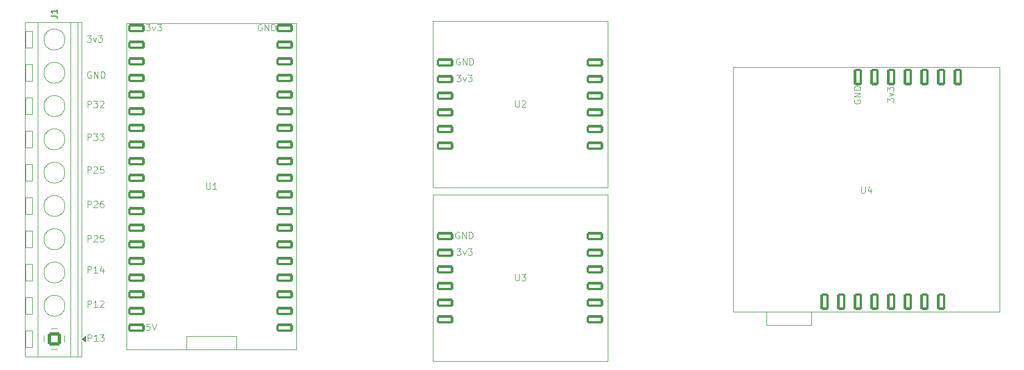
<source format=gto>
G04 #@! TF.GenerationSoftware,KiCad,Pcbnew,9.0.0-9.0.0-2~ubuntu24.04.1*
G04 #@! TF.CreationDate,2025-04-02T00:55:11+02:00*
G04 #@! TF.ProjectId,Sensor_Mount,53656e73-6f72-45f4-9d6f-756e742e6b69,rev?*
G04 #@! TF.SameCoordinates,Original*
G04 #@! TF.FileFunction,Legend,Top*
G04 #@! TF.FilePolarity,Positive*
%FSLAX46Y46*%
G04 Gerber Fmt 4.6, Leading zero omitted, Abs format (unit mm)*
G04 Created by KiCad (PCBNEW 9.0.0-9.0.0-2~ubuntu24.04.1) date 2025-04-02 00:55:11*
%MOMM*%
%LPD*%
G01*
G04 APERTURE LIST*
G04 Aperture macros list*
%AMRoundRect*
0 Rectangle with rounded corners*
0 $1 Rounding radius*
0 $2 $3 $4 $5 $6 $7 $8 $9 X,Y pos of 4 corners*
0 Add a 4 corners polygon primitive as box body*
4,1,4,$2,$3,$4,$5,$6,$7,$8,$9,$2,$3,0*
0 Add four circle primitives for the rounded corners*
1,1,$1+$1,$2,$3*
1,1,$1+$1,$4,$5*
1,1,$1+$1,$6,$7*
1,1,$1+$1,$8,$9*
0 Add four rect primitives between the rounded corners*
20,1,$1+$1,$2,$3,$4,$5,0*
20,1,$1+$1,$4,$5,$6,$7,0*
20,1,$1+$1,$6,$7,$8,$9,0*
20,1,$1+$1,$8,$9,$2,$3,0*%
G04 Aperture macros list end*
%ADD10C,0.100000*%
%ADD11C,0.150000*%
%ADD12C,0.120000*%
%ADD13RoundRect,0.250001X0.799999X-0.799999X0.799999X0.799999X-0.799999X0.799999X-0.799999X-0.799999X0*%
%ADD14C,2.100000*%
%ADD15RoundRect,0.190500X-1.079500X-0.444500X1.079500X-0.444500X1.079500X0.444500X-1.079500X0.444500X0*%
%ADD16RoundRect,0.190500X-0.444500X1.079500X-0.444500X-1.079500X0.444500X-1.079500X0.444500X1.079500X0*%
G04 APERTURE END LIST*
D10*
X93553884Y-61372419D02*
X93553884Y-60372419D01*
X93553884Y-60372419D02*
X93934836Y-60372419D01*
X93934836Y-60372419D02*
X94030074Y-60420038D01*
X94030074Y-60420038D02*
X94077693Y-60467657D01*
X94077693Y-60467657D02*
X94125312Y-60562895D01*
X94125312Y-60562895D02*
X94125312Y-60705752D01*
X94125312Y-60705752D02*
X94077693Y-60800990D01*
X94077693Y-60800990D02*
X94030074Y-60848609D01*
X94030074Y-60848609D02*
X93934836Y-60896228D01*
X93934836Y-60896228D02*
X93553884Y-60896228D01*
X94506265Y-60467657D02*
X94553884Y-60420038D01*
X94553884Y-60420038D02*
X94649122Y-60372419D01*
X94649122Y-60372419D02*
X94887217Y-60372419D01*
X94887217Y-60372419D02*
X94982455Y-60420038D01*
X94982455Y-60420038D02*
X95030074Y-60467657D01*
X95030074Y-60467657D02*
X95077693Y-60562895D01*
X95077693Y-60562895D02*
X95077693Y-60658133D01*
X95077693Y-60658133D02*
X95030074Y-60800990D01*
X95030074Y-60800990D02*
X94458646Y-61372419D01*
X94458646Y-61372419D02*
X95077693Y-61372419D01*
X95982455Y-60372419D02*
X95506265Y-60372419D01*
X95506265Y-60372419D02*
X95458646Y-60848609D01*
X95458646Y-60848609D02*
X95506265Y-60800990D01*
X95506265Y-60800990D02*
X95601503Y-60753371D01*
X95601503Y-60753371D02*
X95839598Y-60753371D01*
X95839598Y-60753371D02*
X95934836Y-60800990D01*
X95934836Y-60800990D02*
X95982455Y-60848609D01*
X95982455Y-60848609D02*
X96030074Y-60943847D01*
X96030074Y-60943847D02*
X96030074Y-61181942D01*
X96030074Y-61181942D02*
X95982455Y-61277180D01*
X95982455Y-61277180D02*
X95934836Y-61324800D01*
X95934836Y-61324800D02*
X95839598Y-61372419D01*
X95839598Y-61372419D02*
X95601503Y-61372419D01*
X95601503Y-61372419D02*
X95506265Y-61324800D01*
X95506265Y-61324800D02*
X95458646Y-61277180D01*
X93553884Y-51372419D02*
X93553884Y-50372419D01*
X93553884Y-50372419D02*
X93934836Y-50372419D01*
X93934836Y-50372419D02*
X94030074Y-50420038D01*
X94030074Y-50420038D02*
X94077693Y-50467657D01*
X94077693Y-50467657D02*
X94125312Y-50562895D01*
X94125312Y-50562895D02*
X94125312Y-50705752D01*
X94125312Y-50705752D02*
X94077693Y-50800990D01*
X94077693Y-50800990D02*
X94030074Y-50848609D01*
X94030074Y-50848609D02*
X93934836Y-50896228D01*
X93934836Y-50896228D02*
X93553884Y-50896228D01*
X94458646Y-50372419D02*
X95077693Y-50372419D01*
X95077693Y-50372419D02*
X94744360Y-50753371D01*
X94744360Y-50753371D02*
X94887217Y-50753371D01*
X94887217Y-50753371D02*
X94982455Y-50800990D01*
X94982455Y-50800990D02*
X95030074Y-50848609D01*
X95030074Y-50848609D02*
X95077693Y-50943847D01*
X95077693Y-50943847D02*
X95077693Y-51181942D01*
X95077693Y-51181942D02*
X95030074Y-51277180D01*
X95030074Y-51277180D02*
X94982455Y-51324800D01*
X94982455Y-51324800D02*
X94887217Y-51372419D01*
X94887217Y-51372419D02*
X94601503Y-51372419D01*
X94601503Y-51372419D02*
X94506265Y-51324800D01*
X94506265Y-51324800D02*
X94458646Y-51277180D01*
X95458646Y-50467657D02*
X95506265Y-50420038D01*
X95506265Y-50420038D02*
X95601503Y-50372419D01*
X95601503Y-50372419D02*
X95839598Y-50372419D01*
X95839598Y-50372419D02*
X95934836Y-50420038D01*
X95934836Y-50420038D02*
X95982455Y-50467657D01*
X95982455Y-50467657D02*
X96030074Y-50562895D01*
X96030074Y-50562895D02*
X96030074Y-50658133D01*
X96030074Y-50658133D02*
X95982455Y-50800990D01*
X95982455Y-50800990D02*
X95411027Y-51372419D01*
X95411027Y-51372419D02*
X96030074Y-51372419D01*
X93553884Y-56372419D02*
X93553884Y-55372419D01*
X93553884Y-55372419D02*
X93934836Y-55372419D01*
X93934836Y-55372419D02*
X94030074Y-55420038D01*
X94030074Y-55420038D02*
X94077693Y-55467657D01*
X94077693Y-55467657D02*
X94125312Y-55562895D01*
X94125312Y-55562895D02*
X94125312Y-55705752D01*
X94125312Y-55705752D02*
X94077693Y-55800990D01*
X94077693Y-55800990D02*
X94030074Y-55848609D01*
X94030074Y-55848609D02*
X93934836Y-55896228D01*
X93934836Y-55896228D02*
X93553884Y-55896228D01*
X94458646Y-55372419D02*
X95077693Y-55372419D01*
X95077693Y-55372419D02*
X94744360Y-55753371D01*
X94744360Y-55753371D02*
X94887217Y-55753371D01*
X94887217Y-55753371D02*
X94982455Y-55800990D01*
X94982455Y-55800990D02*
X95030074Y-55848609D01*
X95030074Y-55848609D02*
X95077693Y-55943847D01*
X95077693Y-55943847D02*
X95077693Y-56181942D01*
X95077693Y-56181942D02*
X95030074Y-56277180D01*
X95030074Y-56277180D02*
X94982455Y-56324800D01*
X94982455Y-56324800D02*
X94887217Y-56372419D01*
X94887217Y-56372419D02*
X94601503Y-56372419D01*
X94601503Y-56372419D02*
X94506265Y-56324800D01*
X94506265Y-56324800D02*
X94458646Y-56277180D01*
X95411027Y-55372419D02*
X96030074Y-55372419D01*
X96030074Y-55372419D02*
X95696741Y-55753371D01*
X95696741Y-55753371D02*
X95839598Y-55753371D01*
X95839598Y-55753371D02*
X95934836Y-55800990D01*
X95934836Y-55800990D02*
X95982455Y-55848609D01*
X95982455Y-55848609D02*
X96030074Y-55943847D01*
X96030074Y-55943847D02*
X96030074Y-56181942D01*
X96030074Y-56181942D02*
X95982455Y-56277180D01*
X95982455Y-56277180D02*
X95934836Y-56324800D01*
X95934836Y-56324800D02*
X95839598Y-56372419D01*
X95839598Y-56372419D02*
X95553884Y-56372419D01*
X95553884Y-56372419D02*
X95458646Y-56324800D01*
X95458646Y-56324800D02*
X95411027Y-56277180D01*
X94077693Y-45920038D02*
X93982455Y-45872419D01*
X93982455Y-45872419D02*
X93839598Y-45872419D01*
X93839598Y-45872419D02*
X93696741Y-45920038D01*
X93696741Y-45920038D02*
X93601503Y-46015276D01*
X93601503Y-46015276D02*
X93553884Y-46110514D01*
X93553884Y-46110514D02*
X93506265Y-46300990D01*
X93506265Y-46300990D02*
X93506265Y-46443847D01*
X93506265Y-46443847D02*
X93553884Y-46634323D01*
X93553884Y-46634323D02*
X93601503Y-46729561D01*
X93601503Y-46729561D02*
X93696741Y-46824800D01*
X93696741Y-46824800D02*
X93839598Y-46872419D01*
X93839598Y-46872419D02*
X93934836Y-46872419D01*
X93934836Y-46872419D02*
X94077693Y-46824800D01*
X94077693Y-46824800D02*
X94125312Y-46777180D01*
X94125312Y-46777180D02*
X94125312Y-46443847D01*
X94125312Y-46443847D02*
X93934836Y-46443847D01*
X94553884Y-46872419D02*
X94553884Y-45872419D01*
X94553884Y-45872419D02*
X95125312Y-46872419D01*
X95125312Y-46872419D02*
X95125312Y-45872419D01*
X95601503Y-46872419D02*
X95601503Y-45872419D01*
X95601503Y-45872419D02*
X95839598Y-45872419D01*
X95839598Y-45872419D02*
X95982455Y-45920038D01*
X95982455Y-45920038D02*
X96077693Y-46015276D01*
X96077693Y-46015276D02*
X96125312Y-46110514D01*
X96125312Y-46110514D02*
X96172931Y-46300990D01*
X96172931Y-46300990D02*
X96172931Y-46443847D01*
X96172931Y-46443847D02*
X96125312Y-46634323D01*
X96125312Y-46634323D02*
X96077693Y-46729561D01*
X96077693Y-46729561D02*
X95982455Y-46824800D01*
X95982455Y-46824800D02*
X95839598Y-46872419D01*
X95839598Y-46872419D02*
X95601503Y-46872419D01*
X93553884Y-71872419D02*
X93553884Y-70872419D01*
X93553884Y-70872419D02*
X93934836Y-70872419D01*
X93934836Y-70872419D02*
X94030074Y-70920038D01*
X94030074Y-70920038D02*
X94077693Y-70967657D01*
X94077693Y-70967657D02*
X94125312Y-71062895D01*
X94125312Y-71062895D02*
X94125312Y-71205752D01*
X94125312Y-71205752D02*
X94077693Y-71300990D01*
X94077693Y-71300990D02*
X94030074Y-71348609D01*
X94030074Y-71348609D02*
X93934836Y-71396228D01*
X93934836Y-71396228D02*
X93553884Y-71396228D01*
X94506265Y-70967657D02*
X94553884Y-70920038D01*
X94553884Y-70920038D02*
X94649122Y-70872419D01*
X94649122Y-70872419D02*
X94887217Y-70872419D01*
X94887217Y-70872419D02*
X94982455Y-70920038D01*
X94982455Y-70920038D02*
X95030074Y-70967657D01*
X95030074Y-70967657D02*
X95077693Y-71062895D01*
X95077693Y-71062895D02*
X95077693Y-71158133D01*
X95077693Y-71158133D02*
X95030074Y-71300990D01*
X95030074Y-71300990D02*
X94458646Y-71872419D01*
X94458646Y-71872419D02*
X95077693Y-71872419D01*
X95982455Y-70872419D02*
X95506265Y-70872419D01*
X95506265Y-70872419D02*
X95458646Y-71348609D01*
X95458646Y-71348609D02*
X95506265Y-71300990D01*
X95506265Y-71300990D02*
X95601503Y-71253371D01*
X95601503Y-71253371D02*
X95839598Y-71253371D01*
X95839598Y-71253371D02*
X95934836Y-71300990D01*
X95934836Y-71300990D02*
X95982455Y-71348609D01*
X95982455Y-71348609D02*
X96030074Y-71443847D01*
X96030074Y-71443847D02*
X96030074Y-71681942D01*
X96030074Y-71681942D02*
X95982455Y-71777180D01*
X95982455Y-71777180D02*
X95934836Y-71824800D01*
X95934836Y-71824800D02*
X95839598Y-71872419D01*
X95839598Y-71872419D02*
X95601503Y-71872419D01*
X95601503Y-71872419D02*
X95506265Y-71824800D01*
X95506265Y-71824800D02*
X95458646Y-71777180D01*
X93583884Y-87032419D02*
X93583884Y-86032419D01*
X93583884Y-86032419D02*
X93964836Y-86032419D01*
X93964836Y-86032419D02*
X94060074Y-86080038D01*
X94060074Y-86080038D02*
X94107693Y-86127657D01*
X94107693Y-86127657D02*
X94155312Y-86222895D01*
X94155312Y-86222895D02*
X94155312Y-86365752D01*
X94155312Y-86365752D02*
X94107693Y-86460990D01*
X94107693Y-86460990D02*
X94060074Y-86508609D01*
X94060074Y-86508609D02*
X93964836Y-86556228D01*
X93964836Y-86556228D02*
X93583884Y-86556228D01*
X95107693Y-87032419D02*
X94536265Y-87032419D01*
X94821979Y-87032419D02*
X94821979Y-86032419D01*
X94821979Y-86032419D02*
X94726741Y-86175276D01*
X94726741Y-86175276D02*
X94631503Y-86270514D01*
X94631503Y-86270514D02*
X94536265Y-86318133D01*
X95441027Y-86032419D02*
X96060074Y-86032419D01*
X96060074Y-86032419D02*
X95726741Y-86413371D01*
X95726741Y-86413371D02*
X95869598Y-86413371D01*
X95869598Y-86413371D02*
X95964836Y-86460990D01*
X95964836Y-86460990D02*
X96012455Y-86508609D01*
X96012455Y-86508609D02*
X96060074Y-86603847D01*
X96060074Y-86603847D02*
X96060074Y-86841942D01*
X96060074Y-86841942D02*
X96012455Y-86937180D01*
X96012455Y-86937180D02*
X95964836Y-86984800D01*
X95964836Y-86984800D02*
X95869598Y-87032419D01*
X95869598Y-87032419D02*
X95583884Y-87032419D01*
X95583884Y-87032419D02*
X95488646Y-86984800D01*
X95488646Y-86984800D02*
X95441027Y-86937180D01*
X93553884Y-76622419D02*
X93553884Y-75622419D01*
X93553884Y-75622419D02*
X93934836Y-75622419D01*
X93934836Y-75622419D02*
X94030074Y-75670038D01*
X94030074Y-75670038D02*
X94077693Y-75717657D01*
X94077693Y-75717657D02*
X94125312Y-75812895D01*
X94125312Y-75812895D02*
X94125312Y-75955752D01*
X94125312Y-75955752D02*
X94077693Y-76050990D01*
X94077693Y-76050990D02*
X94030074Y-76098609D01*
X94030074Y-76098609D02*
X93934836Y-76146228D01*
X93934836Y-76146228D02*
X93553884Y-76146228D01*
X95077693Y-76622419D02*
X94506265Y-76622419D01*
X94791979Y-76622419D02*
X94791979Y-75622419D01*
X94791979Y-75622419D02*
X94696741Y-75765276D01*
X94696741Y-75765276D02*
X94601503Y-75860514D01*
X94601503Y-75860514D02*
X94506265Y-75908133D01*
X95934836Y-75955752D02*
X95934836Y-76622419D01*
X95696741Y-75574800D02*
X95458646Y-76289085D01*
X95458646Y-76289085D02*
X96077693Y-76289085D01*
X93553884Y-81872419D02*
X93553884Y-80872419D01*
X93553884Y-80872419D02*
X93934836Y-80872419D01*
X93934836Y-80872419D02*
X94030074Y-80920038D01*
X94030074Y-80920038D02*
X94077693Y-80967657D01*
X94077693Y-80967657D02*
X94125312Y-81062895D01*
X94125312Y-81062895D02*
X94125312Y-81205752D01*
X94125312Y-81205752D02*
X94077693Y-81300990D01*
X94077693Y-81300990D02*
X94030074Y-81348609D01*
X94030074Y-81348609D02*
X93934836Y-81396228D01*
X93934836Y-81396228D02*
X93553884Y-81396228D01*
X95077693Y-81872419D02*
X94506265Y-81872419D01*
X94791979Y-81872419D02*
X94791979Y-80872419D01*
X94791979Y-80872419D02*
X94696741Y-81015276D01*
X94696741Y-81015276D02*
X94601503Y-81110514D01*
X94601503Y-81110514D02*
X94506265Y-81158133D01*
X95458646Y-80967657D02*
X95506265Y-80920038D01*
X95506265Y-80920038D02*
X95601503Y-80872419D01*
X95601503Y-80872419D02*
X95839598Y-80872419D01*
X95839598Y-80872419D02*
X95934836Y-80920038D01*
X95934836Y-80920038D02*
X95982455Y-80967657D01*
X95982455Y-80967657D02*
X96030074Y-81062895D01*
X96030074Y-81062895D02*
X96030074Y-81158133D01*
X96030074Y-81158133D02*
X95982455Y-81300990D01*
X95982455Y-81300990D02*
X95411027Y-81872419D01*
X95411027Y-81872419D02*
X96030074Y-81872419D01*
X93458646Y-40372419D02*
X94077693Y-40372419D01*
X94077693Y-40372419D02*
X93744360Y-40753371D01*
X93744360Y-40753371D02*
X93887217Y-40753371D01*
X93887217Y-40753371D02*
X93982455Y-40800990D01*
X93982455Y-40800990D02*
X94030074Y-40848609D01*
X94030074Y-40848609D02*
X94077693Y-40943847D01*
X94077693Y-40943847D02*
X94077693Y-41181942D01*
X94077693Y-41181942D02*
X94030074Y-41277180D01*
X94030074Y-41277180D02*
X93982455Y-41324800D01*
X93982455Y-41324800D02*
X93887217Y-41372419D01*
X93887217Y-41372419D02*
X93601503Y-41372419D01*
X93601503Y-41372419D02*
X93506265Y-41324800D01*
X93506265Y-41324800D02*
X93458646Y-41277180D01*
X94411027Y-40705752D02*
X94649122Y-41372419D01*
X94649122Y-41372419D02*
X94887217Y-40705752D01*
X95172932Y-40372419D02*
X95791979Y-40372419D01*
X95791979Y-40372419D02*
X95458646Y-40753371D01*
X95458646Y-40753371D02*
X95601503Y-40753371D01*
X95601503Y-40753371D02*
X95696741Y-40800990D01*
X95696741Y-40800990D02*
X95744360Y-40848609D01*
X95744360Y-40848609D02*
X95791979Y-40943847D01*
X95791979Y-40943847D02*
X95791979Y-41181942D01*
X95791979Y-41181942D02*
X95744360Y-41277180D01*
X95744360Y-41277180D02*
X95696741Y-41324800D01*
X95696741Y-41324800D02*
X95601503Y-41372419D01*
X95601503Y-41372419D02*
X95315789Y-41372419D01*
X95315789Y-41372419D02*
X95220551Y-41324800D01*
X95220551Y-41324800D02*
X95172932Y-41277180D01*
X93553884Y-66622419D02*
X93553884Y-65622419D01*
X93553884Y-65622419D02*
X93934836Y-65622419D01*
X93934836Y-65622419D02*
X94030074Y-65670038D01*
X94030074Y-65670038D02*
X94077693Y-65717657D01*
X94077693Y-65717657D02*
X94125312Y-65812895D01*
X94125312Y-65812895D02*
X94125312Y-65955752D01*
X94125312Y-65955752D02*
X94077693Y-66050990D01*
X94077693Y-66050990D02*
X94030074Y-66098609D01*
X94030074Y-66098609D02*
X93934836Y-66146228D01*
X93934836Y-66146228D02*
X93553884Y-66146228D01*
X94506265Y-65717657D02*
X94553884Y-65670038D01*
X94553884Y-65670038D02*
X94649122Y-65622419D01*
X94649122Y-65622419D02*
X94887217Y-65622419D01*
X94887217Y-65622419D02*
X94982455Y-65670038D01*
X94982455Y-65670038D02*
X95030074Y-65717657D01*
X95030074Y-65717657D02*
X95077693Y-65812895D01*
X95077693Y-65812895D02*
X95077693Y-65908133D01*
X95077693Y-65908133D02*
X95030074Y-66050990D01*
X95030074Y-66050990D02*
X94458646Y-66622419D01*
X94458646Y-66622419D02*
X95077693Y-66622419D01*
X95934836Y-65622419D02*
X95744360Y-65622419D01*
X95744360Y-65622419D02*
X95649122Y-65670038D01*
X95649122Y-65670038D02*
X95601503Y-65717657D01*
X95601503Y-65717657D02*
X95506265Y-65860514D01*
X95506265Y-65860514D02*
X95458646Y-66050990D01*
X95458646Y-66050990D02*
X95458646Y-66431942D01*
X95458646Y-66431942D02*
X95506265Y-66527180D01*
X95506265Y-66527180D02*
X95553884Y-66574800D01*
X95553884Y-66574800D02*
X95649122Y-66622419D01*
X95649122Y-66622419D02*
X95839598Y-66622419D01*
X95839598Y-66622419D02*
X95934836Y-66574800D01*
X95934836Y-66574800D02*
X95982455Y-66527180D01*
X95982455Y-66527180D02*
X96030074Y-66431942D01*
X96030074Y-66431942D02*
X96030074Y-66193847D01*
X96030074Y-66193847D02*
X95982455Y-66098609D01*
X95982455Y-66098609D02*
X95934836Y-66050990D01*
X95934836Y-66050990D02*
X95839598Y-66003371D01*
X95839598Y-66003371D02*
X95649122Y-66003371D01*
X95649122Y-66003371D02*
X95553884Y-66050990D01*
X95553884Y-66050990D02*
X95506265Y-66098609D01*
X95506265Y-66098609D02*
X95458646Y-66193847D01*
D11*
X87954819Y-37413333D02*
X88669104Y-37413333D01*
X88669104Y-37413333D02*
X88811961Y-37460952D01*
X88811961Y-37460952D02*
X88907200Y-37556190D01*
X88907200Y-37556190D02*
X88954819Y-37699047D01*
X88954819Y-37699047D02*
X88954819Y-37794285D01*
X88954819Y-36413333D02*
X88954819Y-36984761D01*
X88954819Y-36699047D02*
X87954819Y-36699047D01*
X87954819Y-36699047D02*
X88097676Y-36794285D01*
X88097676Y-36794285D02*
X88192914Y-36889523D01*
X88192914Y-36889523D02*
X88240533Y-36984761D01*
D10*
X158808095Y-76807419D02*
X158808095Y-77616942D01*
X158808095Y-77616942D02*
X158855714Y-77712180D01*
X158855714Y-77712180D02*
X158903333Y-77759800D01*
X158903333Y-77759800D02*
X158998571Y-77807419D01*
X158998571Y-77807419D02*
X159189047Y-77807419D01*
X159189047Y-77807419D02*
X159284285Y-77759800D01*
X159284285Y-77759800D02*
X159331904Y-77712180D01*
X159331904Y-77712180D02*
X159379523Y-77616942D01*
X159379523Y-77616942D02*
X159379523Y-76807419D01*
X159760476Y-76807419D02*
X160379523Y-76807419D01*
X160379523Y-76807419D02*
X160046190Y-77188371D01*
X160046190Y-77188371D02*
X160189047Y-77188371D01*
X160189047Y-77188371D02*
X160284285Y-77235990D01*
X160284285Y-77235990D02*
X160331904Y-77283609D01*
X160331904Y-77283609D02*
X160379523Y-77378847D01*
X160379523Y-77378847D02*
X160379523Y-77616942D01*
X160379523Y-77616942D02*
X160331904Y-77712180D01*
X160331904Y-77712180D02*
X160284285Y-77759800D01*
X160284285Y-77759800D02*
X160189047Y-77807419D01*
X160189047Y-77807419D02*
X159903333Y-77807419D01*
X159903333Y-77807419D02*
X159808095Y-77759800D01*
X159808095Y-77759800D02*
X159760476Y-77712180D01*
X150237693Y-70428038D02*
X150142455Y-70380419D01*
X150142455Y-70380419D02*
X149999598Y-70380419D01*
X149999598Y-70380419D02*
X149856741Y-70428038D01*
X149856741Y-70428038D02*
X149761503Y-70523276D01*
X149761503Y-70523276D02*
X149713884Y-70618514D01*
X149713884Y-70618514D02*
X149666265Y-70808990D01*
X149666265Y-70808990D02*
X149666265Y-70951847D01*
X149666265Y-70951847D02*
X149713884Y-71142323D01*
X149713884Y-71142323D02*
X149761503Y-71237561D01*
X149761503Y-71237561D02*
X149856741Y-71332800D01*
X149856741Y-71332800D02*
X149999598Y-71380419D01*
X149999598Y-71380419D02*
X150094836Y-71380419D01*
X150094836Y-71380419D02*
X150237693Y-71332800D01*
X150237693Y-71332800D02*
X150285312Y-71285180D01*
X150285312Y-71285180D02*
X150285312Y-70951847D01*
X150285312Y-70951847D02*
X150094836Y-70951847D01*
X150713884Y-71380419D02*
X150713884Y-70380419D01*
X150713884Y-70380419D02*
X151285312Y-71380419D01*
X151285312Y-71380419D02*
X151285312Y-70380419D01*
X151761503Y-71380419D02*
X151761503Y-70380419D01*
X151761503Y-70380419D02*
X151999598Y-70380419D01*
X151999598Y-70380419D02*
X152142455Y-70428038D01*
X152142455Y-70428038D02*
X152237693Y-70523276D01*
X152237693Y-70523276D02*
X152285312Y-70618514D01*
X152285312Y-70618514D02*
X152332931Y-70808990D01*
X152332931Y-70808990D02*
X152332931Y-70951847D01*
X152332931Y-70951847D02*
X152285312Y-71142323D01*
X152285312Y-71142323D02*
X152237693Y-71237561D01*
X152237693Y-71237561D02*
X152142455Y-71332800D01*
X152142455Y-71332800D02*
X151999598Y-71380419D01*
X151999598Y-71380419D02*
X151761503Y-71380419D01*
X149872646Y-72920419D02*
X150491693Y-72920419D01*
X150491693Y-72920419D02*
X150158360Y-73301371D01*
X150158360Y-73301371D02*
X150301217Y-73301371D01*
X150301217Y-73301371D02*
X150396455Y-73348990D01*
X150396455Y-73348990D02*
X150444074Y-73396609D01*
X150444074Y-73396609D02*
X150491693Y-73491847D01*
X150491693Y-73491847D02*
X150491693Y-73729942D01*
X150491693Y-73729942D02*
X150444074Y-73825180D01*
X150444074Y-73825180D02*
X150396455Y-73872800D01*
X150396455Y-73872800D02*
X150301217Y-73920419D01*
X150301217Y-73920419D02*
X150015503Y-73920419D01*
X150015503Y-73920419D02*
X149920265Y-73872800D01*
X149920265Y-73872800D02*
X149872646Y-73825180D01*
X150825027Y-73253752D02*
X151063122Y-73920419D01*
X151063122Y-73920419D02*
X151301217Y-73253752D01*
X151586932Y-72920419D02*
X152205979Y-72920419D01*
X152205979Y-72920419D02*
X151872646Y-73301371D01*
X151872646Y-73301371D02*
X152015503Y-73301371D01*
X152015503Y-73301371D02*
X152110741Y-73348990D01*
X152110741Y-73348990D02*
X152158360Y-73396609D01*
X152158360Y-73396609D02*
X152205979Y-73491847D01*
X152205979Y-73491847D02*
X152205979Y-73729942D01*
X152205979Y-73729942D02*
X152158360Y-73825180D01*
X152158360Y-73825180D02*
X152110741Y-73872800D01*
X152110741Y-73872800D02*
X152015503Y-73920419D01*
X152015503Y-73920419D02*
X151729789Y-73920419D01*
X151729789Y-73920419D02*
X151634551Y-73872800D01*
X151634551Y-73872800D02*
X151586932Y-73825180D01*
X158808095Y-50307419D02*
X158808095Y-51116942D01*
X158808095Y-51116942D02*
X158855714Y-51212180D01*
X158855714Y-51212180D02*
X158903333Y-51259800D01*
X158903333Y-51259800D02*
X158998571Y-51307419D01*
X158998571Y-51307419D02*
X159189047Y-51307419D01*
X159189047Y-51307419D02*
X159284285Y-51259800D01*
X159284285Y-51259800D02*
X159331904Y-51212180D01*
X159331904Y-51212180D02*
X159379523Y-51116942D01*
X159379523Y-51116942D02*
X159379523Y-50307419D01*
X159808095Y-50402657D02*
X159855714Y-50355038D01*
X159855714Y-50355038D02*
X159950952Y-50307419D01*
X159950952Y-50307419D02*
X160189047Y-50307419D01*
X160189047Y-50307419D02*
X160284285Y-50355038D01*
X160284285Y-50355038D02*
X160331904Y-50402657D01*
X160331904Y-50402657D02*
X160379523Y-50497895D01*
X160379523Y-50497895D02*
X160379523Y-50593133D01*
X160379523Y-50593133D02*
X160331904Y-50735990D01*
X160331904Y-50735990D02*
X159760476Y-51307419D01*
X159760476Y-51307419D02*
X160379523Y-51307419D01*
X149872646Y-46420419D02*
X150491693Y-46420419D01*
X150491693Y-46420419D02*
X150158360Y-46801371D01*
X150158360Y-46801371D02*
X150301217Y-46801371D01*
X150301217Y-46801371D02*
X150396455Y-46848990D01*
X150396455Y-46848990D02*
X150444074Y-46896609D01*
X150444074Y-46896609D02*
X150491693Y-46991847D01*
X150491693Y-46991847D02*
X150491693Y-47229942D01*
X150491693Y-47229942D02*
X150444074Y-47325180D01*
X150444074Y-47325180D02*
X150396455Y-47372800D01*
X150396455Y-47372800D02*
X150301217Y-47420419D01*
X150301217Y-47420419D02*
X150015503Y-47420419D01*
X150015503Y-47420419D02*
X149920265Y-47372800D01*
X149920265Y-47372800D02*
X149872646Y-47325180D01*
X150825027Y-46753752D02*
X151063122Y-47420419D01*
X151063122Y-47420419D02*
X151301217Y-46753752D01*
X151586932Y-46420419D02*
X152205979Y-46420419D01*
X152205979Y-46420419D02*
X151872646Y-46801371D01*
X151872646Y-46801371D02*
X152015503Y-46801371D01*
X152015503Y-46801371D02*
X152110741Y-46848990D01*
X152110741Y-46848990D02*
X152158360Y-46896609D01*
X152158360Y-46896609D02*
X152205979Y-46991847D01*
X152205979Y-46991847D02*
X152205979Y-47229942D01*
X152205979Y-47229942D02*
X152158360Y-47325180D01*
X152158360Y-47325180D02*
X152110741Y-47372800D01*
X152110741Y-47372800D02*
X152015503Y-47420419D01*
X152015503Y-47420419D02*
X151729789Y-47420419D01*
X151729789Y-47420419D02*
X151634551Y-47372800D01*
X151634551Y-47372800D02*
X151586932Y-47325180D01*
X150327693Y-43920038D02*
X150232455Y-43872419D01*
X150232455Y-43872419D02*
X150089598Y-43872419D01*
X150089598Y-43872419D02*
X149946741Y-43920038D01*
X149946741Y-43920038D02*
X149851503Y-44015276D01*
X149851503Y-44015276D02*
X149803884Y-44110514D01*
X149803884Y-44110514D02*
X149756265Y-44300990D01*
X149756265Y-44300990D02*
X149756265Y-44443847D01*
X149756265Y-44443847D02*
X149803884Y-44634323D01*
X149803884Y-44634323D02*
X149851503Y-44729561D01*
X149851503Y-44729561D02*
X149946741Y-44824800D01*
X149946741Y-44824800D02*
X150089598Y-44872419D01*
X150089598Y-44872419D02*
X150184836Y-44872419D01*
X150184836Y-44872419D02*
X150327693Y-44824800D01*
X150327693Y-44824800D02*
X150375312Y-44777180D01*
X150375312Y-44777180D02*
X150375312Y-44443847D01*
X150375312Y-44443847D02*
X150184836Y-44443847D01*
X150803884Y-44872419D02*
X150803884Y-43872419D01*
X150803884Y-43872419D02*
X151375312Y-44872419D01*
X151375312Y-44872419D02*
X151375312Y-43872419D01*
X151851503Y-44872419D02*
X151851503Y-43872419D01*
X151851503Y-43872419D02*
X152089598Y-43872419D01*
X152089598Y-43872419D02*
X152232455Y-43920038D01*
X152232455Y-43920038D02*
X152327693Y-44015276D01*
X152327693Y-44015276D02*
X152375312Y-44110514D01*
X152375312Y-44110514D02*
X152422931Y-44300990D01*
X152422931Y-44300990D02*
X152422931Y-44443847D01*
X152422931Y-44443847D02*
X152375312Y-44634323D01*
X152375312Y-44634323D02*
X152327693Y-44729561D01*
X152327693Y-44729561D02*
X152232455Y-44824800D01*
X152232455Y-44824800D02*
X152089598Y-44872419D01*
X152089598Y-44872419D02*
X151851503Y-44872419D01*
X111668095Y-62867419D02*
X111668095Y-63676942D01*
X111668095Y-63676942D02*
X111715714Y-63772180D01*
X111715714Y-63772180D02*
X111763333Y-63819800D01*
X111763333Y-63819800D02*
X111858571Y-63867419D01*
X111858571Y-63867419D02*
X112049047Y-63867419D01*
X112049047Y-63867419D02*
X112144285Y-63819800D01*
X112144285Y-63819800D02*
X112191904Y-63772180D01*
X112191904Y-63772180D02*
X112239523Y-63676942D01*
X112239523Y-63676942D02*
X112239523Y-62867419D01*
X113239523Y-63867419D02*
X112668095Y-63867419D01*
X112953809Y-63867419D02*
X112953809Y-62867419D01*
X112953809Y-62867419D02*
X112858571Y-63010276D01*
X112858571Y-63010276D02*
X112763333Y-63105514D01*
X112763333Y-63105514D02*
X112668095Y-63153133D01*
X102478646Y-38660419D02*
X103097693Y-38660419D01*
X103097693Y-38660419D02*
X102764360Y-39041371D01*
X102764360Y-39041371D02*
X102907217Y-39041371D01*
X102907217Y-39041371D02*
X103002455Y-39088990D01*
X103002455Y-39088990D02*
X103050074Y-39136609D01*
X103050074Y-39136609D02*
X103097693Y-39231847D01*
X103097693Y-39231847D02*
X103097693Y-39469942D01*
X103097693Y-39469942D02*
X103050074Y-39565180D01*
X103050074Y-39565180D02*
X103002455Y-39612800D01*
X103002455Y-39612800D02*
X102907217Y-39660419D01*
X102907217Y-39660419D02*
X102621503Y-39660419D01*
X102621503Y-39660419D02*
X102526265Y-39612800D01*
X102526265Y-39612800D02*
X102478646Y-39565180D01*
X103431027Y-38993752D02*
X103669122Y-39660419D01*
X103669122Y-39660419D02*
X103907217Y-38993752D01*
X104192932Y-38660419D02*
X104811979Y-38660419D01*
X104811979Y-38660419D02*
X104478646Y-39041371D01*
X104478646Y-39041371D02*
X104621503Y-39041371D01*
X104621503Y-39041371D02*
X104716741Y-39088990D01*
X104716741Y-39088990D02*
X104764360Y-39136609D01*
X104764360Y-39136609D02*
X104811979Y-39231847D01*
X104811979Y-39231847D02*
X104811979Y-39469942D01*
X104811979Y-39469942D02*
X104764360Y-39565180D01*
X104764360Y-39565180D02*
X104716741Y-39612800D01*
X104716741Y-39612800D02*
X104621503Y-39660419D01*
X104621503Y-39660419D02*
X104335789Y-39660419D01*
X104335789Y-39660419D02*
X104240551Y-39612800D01*
X104240551Y-39612800D02*
X104192932Y-39565180D01*
X120115693Y-38708038D02*
X120020455Y-38660419D01*
X120020455Y-38660419D02*
X119877598Y-38660419D01*
X119877598Y-38660419D02*
X119734741Y-38708038D01*
X119734741Y-38708038D02*
X119639503Y-38803276D01*
X119639503Y-38803276D02*
X119591884Y-38898514D01*
X119591884Y-38898514D02*
X119544265Y-39088990D01*
X119544265Y-39088990D02*
X119544265Y-39231847D01*
X119544265Y-39231847D02*
X119591884Y-39422323D01*
X119591884Y-39422323D02*
X119639503Y-39517561D01*
X119639503Y-39517561D02*
X119734741Y-39612800D01*
X119734741Y-39612800D02*
X119877598Y-39660419D01*
X119877598Y-39660419D02*
X119972836Y-39660419D01*
X119972836Y-39660419D02*
X120115693Y-39612800D01*
X120115693Y-39612800D02*
X120163312Y-39565180D01*
X120163312Y-39565180D02*
X120163312Y-39231847D01*
X120163312Y-39231847D02*
X119972836Y-39231847D01*
X120591884Y-39660419D02*
X120591884Y-38660419D01*
X120591884Y-38660419D02*
X121163312Y-39660419D01*
X121163312Y-39660419D02*
X121163312Y-38660419D01*
X121639503Y-39660419D02*
X121639503Y-38660419D01*
X121639503Y-38660419D02*
X121877598Y-38660419D01*
X121877598Y-38660419D02*
X122020455Y-38708038D01*
X122020455Y-38708038D02*
X122115693Y-38803276D01*
X122115693Y-38803276D02*
X122163312Y-38898514D01*
X122163312Y-38898514D02*
X122210931Y-39088990D01*
X122210931Y-39088990D02*
X122210931Y-39231847D01*
X122210931Y-39231847D02*
X122163312Y-39422323D01*
X122163312Y-39422323D02*
X122115693Y-39517561D01*
X122115693Y-39517561D02*
X122020455Y-39612800D01*
X122020455Y-39612800D02*
X121877598Y-39660419D01*
X121877598Y-39660419D02*
X121639503Y-39660419D01*
X103050074Y-84380419D02*
X102573884Y-84380419D01*
X102573884Y-84380419D02*
X102526265Y-84856609D01*
X102526265Y-84856609D02*
X102573884Y-84808990D01*
X102573884Y-84808990D02*
X102669122Y-84761371D01*
X102669122Y-84761371D02*
X102907217Y-84761371D01*
X102907217Y-84761371D02*
X103002455Y-84808990D01*
X103002455Y-84808990D02*
X103050074Y-84856609D01*
X103050074Y-84856609D02*
X103097693Y-84951847D01*
X103097693Y-84951847D02*
X103097693Y-85189942D01*
X103097693Y-85189942D02*
X103050074Y-85285180D01*
X103050074Y-85285180D02*
X103002455Y-85332800D01*
X103002455Y-85332800D02*
X102907217Y-85380419D01*
X102907217Y-85380419D02*
X102669122Y-85380419D01*
X102669122Y-85380419D02*
X102573884Y-85332800D01*
X102573884Y-85332800D02*
X102526265Y-85285180D01*
X103383408Y-84380419D02*
X103716741Y-85380419D01*
X103716741Y-85380419D02*
X104050074Y-84380419D01*
X211588095Y-63457419D02*
X211588095Y-64266942D01*
X211588095Y-64266942D02*
X211635714Y-64362180D01*
X211635714Y-64362180D02*
X211683333Y-64409800D01*
X211683333Y-64409800D02*
X211778571Y-64457419D01*
X211778571Y-64457419D02*
X211969047Y-64457419D01*
X211969047Y-64457419D02*
X212064285Y-64409800D01*
X212064285Y-64409800D02*
X212111904Y-64362180D01*
X212111904Y-64362180D02*
X212159523Y-64266942D01*
X212159523Y-64266942D02*
X212159523Y-63457419D01*
X213064285Y-63790752D02*
X213064285Y-64457419D01*
X212826190Y-63409800D02*
X212588095Y-64124085D01*
X212588095Y-64124085D02*
X213207142Y-64124085D01*
X215540419Y-50583353D02*
X215540419Y-49964306D01*
X215540419Y-49964306D02*
X215921371Y-50297639D01*
X215921371Y-50297639D02*
X215921371Y-50154782D01*
X215921371Y-50154782D02*
X215968990Y-50059544D01*
X215968990Y-50059544D02*
X216016609Y-50011925D01*
X216016609Y-50011925D02*
X216111847Y-49964306D01*
X216111847Y-49964306D02*
X216349942Y-49964306D01*
X216349942Y-49964306D02*
X216445180Y-50011925D01*
X216445180Y-50011925D02*
X216492800Y-50059544D01*
X216492800Y-50059544D02*
X216540419Y-50154782D01*
X216540419Y-50154782D02*
X216540419Y-50440496D01*
X216540419Y-50440496D02*
X216492800Y-50535734D01*
X216492800Y-50535734D02*
X216445180Y-50583353D01*
X215873752Y-49630972D02*
X216540419Y-49392877D01*
X216540419Y-49392877D02*
X215873752Y-49154782D01*
X215540419Y-48869067D02*
X215540419Y-48250020D01*
X215540419Y-48250020D02*
X215921371Y-48583353D01*
X215921371Y-48583353D02*
X215921371Y-48440496D01*
X215921371Y-48440496D02*
X215968990Y-48345258D01*
X215968990Y-48345258D02*
X216016609Y-48297639D01*
X216016609Y-48297639D02*
X216111847Y-48250020D01*
X216111847Y-48250020D02*
X216349942Y-48250020D01*
X216349942Y-48250020D02*
X216445180Y-48297639D01*
X216445180Y-48297639D02*
X216492800Y-48345258D01*
X216492800Y-48345258D02*
X216540419Y-48440496D01*
X216540419Y-48440496D02*
X216540419Y-48726210D01*
X216540419Y-48726210D02*
X216492800Y-48821448D01*
X216492800Y-48821448D02*
X216445180Y-48869067D01*
X210508038Y-50218306D02*
X210460419Y-50313544D01*
X210460419Y-50313544D02*
X210460419Y-50456401D01*
X210460419Y-50456401D02*
X210508038Y-50599258D01*
X210508038Y-50599258D02*
X210603276Y-50694496D01*
X210603276Y-50694496D02*
X210698514Y-50742115D01*
X210698514Y-50742115D02*
X210888990Y-50789734D01*
X210888990Y-50789734D02*
X211031847Y-50789734D01*
X211031847Y-50789734D02*
X211222323Y-50742115D01*
X211222323Y-50742115D02*
X211317561Y-50694496D01*
X211317561Y-50694496D02*
X211412800Y-50599258D01*
X211412800Y-50599258D02*
X211460419Y-50456401D01*
X211460419Y-50456401D02*
X211460419Y-50361163D01*
X211460419Y-50361163D02*
X211412800Y-50218306D01*
X211412800Y-50218306D02*
X211365180Y-50170687D01*
X211365180Y-50170687D02*
X211031847Y-50170687D01*
X211031847Y-50170687D02*
X211031847Y-50361163D01*
X211460419Y-49742115D02*
X210460419Y-49742115D01*
X210460419Y-49742115D02*
X211460419Y-49170687D01*
X211460419Y-49170687D02*
X210460419Y-49170687D01*
X211460419Y-48694496D02*
X210460419Y-48694496D01*
X210460419Y-48694496D02*
X210460419Y-48456401D01*
X210460419Y-48456401D02*
X210508038Y-48313544D01*
X210508038Y-48313544D02*
X210603276Y-48218306D01*
X210603276Y-48218306D02*
X210698514Y-48170687D01*
X210698514Y-48170687D02*
X210888990Y-48123068D01*
X210888990Y-48123068D02*
X211031847Y-48123068D01*
X211031847Y-48123068D02*
X211222323Y-48170687D01*
X211222323Y-48170687D02*
X211317561Y-48218306D01*
X211317561Y-48218306D02*
X211412800Y-48313544D01*
X211412800Y-48313544D02*
X211460419Y-48456401D01*
X211460419Y-48456401D02*
X211460419Y-48694496D01*
D12*
X83980000Y-38340000D02*
X92670000Y-38340000D01*
X83980000Y-89380000D02*
X83980000Y-38340000D01*
X83980000Y-89380000D02*
X92670000Y-89380000D01*
X84100000Y-39750000D02*
X85100000Y-39750000D01*
X84100000Y-42250000D02*
X84100000Y-39750000D01*
X84100000Y-42250000D02*
X85100000Y-42250000D01*
X84100000Y-44830000D02*
X85100000Y-44830000D01*
X84100000Y-47330000D02*
X84100000Y-44830000D01*
X84100000Y-47330000D02*
X85100000Y-47330000D01*
X84100000Y-49910000D02*
X85100000Y-49910000D01*
X84100000Y-52410000D02*
X84100000Y-49910000D01*
X84100000Y-52410000D02*
X85100000Y-52410000D01*
X84100000Y-54990000D02*
X85100000Y-54990000D01*
X84100000Y-57490000D02*
X84100000Y-54990000D01*
X84100000Y-57490000D02*
X85100000Y-57490000D01*
X84100000Y-60070000D02*
X85100000Y-60070000D01*
X84100000Y-62570000D02*
X84100000Y-60070000D01*
X84100000Y-62570000D02*
X85100000Y-62570000D01*
X84100000Y-65150000D02*
X85100000Y-65150000D01*
X84100000Y-67650000D02*
X84100000Y-65150000D01*
X84100000Y-67650000D02*
X85100000Y-67650000D01*
X84100000Y-70230000D02*
X85100000Y-70230000D01*
X84100000Y-72730000D02*
X84100000Y-70230000D01*
X84100000Y-72730000D02*
X85100000Y-72730000D01*
X84100000Y-75310000D02*
X85100000Y-75310000D01*
X84100000Y-77810000D02*
X84100000Y-75310000D01*
X84100000Y-77810000D02*
X85100000Y-77810000D01*
X84100000Y-80390000D02*
X85100000Y-80390000D01*
X84100000Y-82890000D02*
X84100000Y-80390000D01*
X84100000Y-82890000D02*
X85100000Y-82890000D01*
X84100000Y-85470000D02*
X85100000Y-85470000D01*
X84100000Y-87970000D02*
X84100000Y-85470000D01*
X84100000Y-87970000D02*
X85100000Y-87970000D01*
X85100000Y-42250000D02*
X85100000Y-39750000D01*
X85100000Y-47330000D02*
X85100000Y-44830000D01*
X85100000Y-52410000D02*
X85100000Y-49910000D01*
X85100000Y-57490000D02*
X85100000Y-54990000D01*
X85100000Y-62570000D02*
X85100000Y-60070000D01*
X85100000Y-67650000D02*
X85100000Y-65150000D01*
X85100000Y-72730000D02*
X85100000Y-70230000D01*
X85100000Y-77810000D02*
X85100000Y-75310000D01*
X85100000Y-82890000D02*
X85100000Y-80390000D01*
X85100000Y-87970000D02*
X85100000Y-85470000D01*
X85950000Y-89380000D02*
X85950000Y-38340000D01*
X87279000Y-39975000D02*
X87324000Y-40021000D01*
X87279000Y-45055000D02*
X87324000Y-45101000D01*
X87279000Y-50135000D02*
X87324000Y-50181000D01*
X87279000Y-55215000D02*
X87324000Y-55261000D01*
X87279000Y-60295000D02*
X87324000Y-60341000D01*
X87279000Y-65375000D02*
X87324000Y-65421000D01*
X87279000Y-70455000D02*
X87324000Y-70501000D01*
X87279000Y-75535000D02*
X87324000Y-75581000D01*
X87279000Y-80615000D02*
X87324000Y-80661000D01*
X87476000Y-39779000D02*
X87521000Y-39824000D01*
X87476000Y-44859000D02*
X87521000Y-44904000D01*
X87476000Y-49939000D02*
X87521000Y-49984000D01*
X87476000Y-55019000D02*
X87521000Y-55064000D01*
X87476000Y-60099000D02*
X87521000Y-60144000D01*
X87476000Y-65179000D02*
X87521000Y-65224000D01*
X87476000Y-70259000D02*
X87521000Y-70304000D01*
X87476000Y-75339000D02*
X87521000Y-75384000D01*
X87476000Y-80419000D02*
X87521000Y-80464000D01*
X89479000Y-42176000D02*
X89524000Y-42221000D01*
X89479000Y-47256000D02*
X89524000Y-47301000D01*
X89479000Y-52336000D02*
X89524000Y-52381000D01*
X89479000Y-57416000D02*
X89524000Y-57461000D01*
X89479000Y-62496000D02*
X89524000Y-62541000D01*
X89479000Y-67576000D02*
X89524000Y-67621000D01*
X89479000Y-72656000D02*
X89524000Y-72701000D01*
X89479000Y-77736000D02*
X89524000Y-77781000D01*
X89479000Y-82816000D02*
X89524000Y-82861000D01*
X89675000Y-41979000D02*
X89721000Y-42025000D01*
X89675000Y-47059000D02*
X89721000Y-47105000D01*
X89675000Y-52139000D02*
X89721000Y-52185000D01*
X89675000Y-57219000D02*
X89721000Y-57265000D01*
X89675000Y-62299000D02*
X89721000Y-62345000D01*
X89675000Y-67379000D02*
X89721000Y-67425000D01*
X89675000Y-72459000D02*
X89721000Y-72505000D01*
X89675000Y-77539000D02*
X89721000Y-77585000D01*
X89675000Y-82619000D02*
X89721000Y-82665000D01*
X90950000Y-89380000D02*
X90950000Y-38340000D01*
X92050000Y-89380000D02*
X92050000Y-38340000D01*
X92670000Y-86420000D02*
X92670000Y-38340000D01*
X92670000Y-89380000D02*
X92670000Y-87020000D01*
X86970000Y-87221000D02*
G75*
G02*
X86970118Y-86218641I1530000J501000D01*
G01*
X87999000Y-85190000D02*
G75*
G02*
X89001359Y-85190117I501001J-1530010D01*
G01*
X89001000Y-88250000D02*
G75*
G02*
X87998641Y-88249882I-501000J1530000D01*
G01*
X90030000Y-86219000D02*
G75*
G02*
X90029883Y-87221359I-1530010J-501001D01*
G01*
X90110000Y-41000000D02*
G75*
G02*
X86890000Y-41000000I-1610000J0D01*
G01*
X86890000Y-41000000D02*
G75*
G02*
X90110000Y-41000000I1610000J0D01*
G01*
X90110000Y-46080000D02*
G75*
G02*
X86890000Y-46080000I-1610000J0D01*
G01*
X86890000Y-46080000D02*
G75*
G02*
X90110000Y-46080000I1610000J0D01*
G01*
X90110000Y-51160000D02*
G75*
G02*
X86890000Y-51160000I-1610000J0D01*
G01*
X86890000Y-51160000D02*
G75*
G02*
X90110000Y-51160000I1610000J0D01*
G01*
X90110000Y-56240000D02*
G75*
G02*
X86890000Y-56240000I-1610000J0D01*
G01*
X86890000Y-56240000D02*
G75*
G02*
X90110000Y-56240000I1610000J0D01*
G01*
X90110000Y-61320000D02*
G75*
G02*
X86890000Y-61320000I-1610000J0D01*
G01*
X86890000Y-61320000D02*
G75*
G02*
X90110000Y-61320000I1610000J0D01*
G01*
X90110000Y-66400000D02*
G75*
G02*
X86890000Y-66400000I-1610000J0D01*
G01*
X86890000Y-66400000D02*
G75*
G02*
X90110000Y-66400000I1610000J0D01*
G01*
X90110000Y-71480000D02*
G75*
G02*
X86890000Y-71480000I-1610000J0D01*
G01*
X86890000Y-71480000D02*
G75*
G02*
X90110000Y-71480000I1610000J0D01*
G01*
X90110000Y-76560000D02*
G75*
G02*
X86890000Y-76560000I-1610000J0D01*
G01*
X86890000Y-76560000D02*
G75*
G02*
X90110000Y-76560000I1610000J0D01*
G01*
X90110000Y-81640000D02*
G75*
G02*
X86890000Y-81640000I-1610000J0D01*
G01*
X86890000Y-81640000D02*
G75*
G02*
X90110000Y-81640000I1610000J0D01*
G01*
X93280000Y-87160000D02*
X92670000Y-86720000D01*
X93280000Y-86280000D01*
X93280000Y-87160000D01*
G36*
X93280000Y-87160000D02*
G01*
X92670000Y-86720000D01*
X93280000Y-86280000D01*
X93280000Y-87160000D01*
G37*
D10*
X146235000Y-64650000D02*
X172905000Y-64650000D01*
X172905000Y-90050000D01*
X146235000Y-90050000D01*
X146235000Y-64650000D01*
X146235000Y-38150000D02*
X172905000Y-38150000D01*
X172905000Y-63550000D01*
X146235000Y-63550000D01*
X146235000Y-38150000D01*
X99476000Y-38518000D02*
X125384000Y-38518000D01*
X125384000Y-88302000D01*
X99476000Y-88302000D01*
X99476000Y-38518000D01*
X108620000Y-86270000D02*
X116240000Y-86270000D01*
X116240000Y-88302000D01*
X108620000Y-88302000D01*
X108620000Y-86270000D01*
X192030000Y-45204000D02*
X232670000Y-45204000D01*
X232670000Y-82542000D01*
X192030000Y-82542000D01*
X192030000Y-45204000D01*
X197110000Y-82542000D02*
X203968000Y-82542000D01*
X203968000Y-84574000D01*
X197110000Y-84574000D01*
X197110000Y-82542000D01*
%LPC*%
D13*
X88500000Y-86720000D03*
D14*
X88500000Y-81640000D03*
X88500000Y-76560000D03*
X88500000Y-71480000D03*
X88500000Y-66400000D03*
X88500000Y-61320000D03*
X88500000Y-56240000D03*
X88500000Y-51160000D03*
X88500000Y-46080000D03*
X88500000Y-41000000D03*
D15*
X148140000Y-71000000D03*
X148140000Y-73540000D03*
X148140000Y-76080000D03*
X148140000Y-78620000D03*
X148140000Y-81160000D03*
X148140000Y-83700000D03*
X171000000Y-71000000D03*
X171000000Y-73540000D03*
X171000000Y-76080000D03*
X171000000Y-78620000D03*
X171000000Y-81160000D03*
X171000000Y-83700000D03*
X148140000Y-44500000D03*
X148140000Y-47040000D03*
X148140000Y-49580000D03*
X148140000Y-52120000D03*
X148140000Y-54660000D03*
X148140000Y-57200000D03*
X171000000Y-44500000D03*
X171000000Y-47040000D03*
X171000000Y-49580000D03*
X171000000Y-52120000D03*
X171000000Y-54660000D03*
X171000000Y-57200000D03*
X101000000Y-39280000D03*
X101000000Y-41820000D03*
X101000000Y-44360000D03*
X101000000Y-46900000D03*
X101000000Y-49440000D03*
X101000000Y-51980000D03*
X101000000Y-54520000D03*
X101000000Y-57060000D03*
X101000000Y-59600000D03*
X101000000Y-62140000D03*
X101000000Y-64680000D03*
X101000000Y-67220000D03*
X101000000Y-69760000D03*
X101000000Y-72300000D03*
X101000000Y-74840000D03*
X101000000Y-77380000D03*
X101000000Y-79920000D03*
X101000000Y-82460000D03*
X101000000Y-85000000D03*
X123606000Y-39280000D03*
X123606000Y-41820000D03*
X123606000Y-44360000D03*
X123606000Y-46900000D03*
X123606000Y-49440000D03*
X123606000Y-51980000D03*
X123606000Y-54520000D03*
X123606000Y-57060000D03*
X123606000Y-59600000D03*
X123606000Y-62140000D03*
X123606000Y-64680000D03*
X123606000Y-67220000D03*
X123606000Y-69760000D03*
X123606000Y-72300000D03*
X123606000Y-74840000D03*
X123606000Y-77380000D03*
X123606000Y-79920000D03*
X123606000Y-82460000D03*
X123606000Y-85000000D03*
D16*
X206000000Y-81018000D03*
X208540000Y-81018000D03*
X211080000Y-81018000D03*
X213620000Y-81018000D03*
X216160000Y-81018000D03*
X218700000Y-81018000D03*
X221240000Y-81018000D03*
X223780000Y-81018000D03*
X211080000Y-46728000D03*
X213620000Y-46728000D03*
X216160000Y-46728000D03*
X218700000Y-46728000D03*
X221240000Y-46728000D03*
X223780000Y-46728000D03*
X226320000Y-46728000D03*
%LPD*%
M02*

</source>
